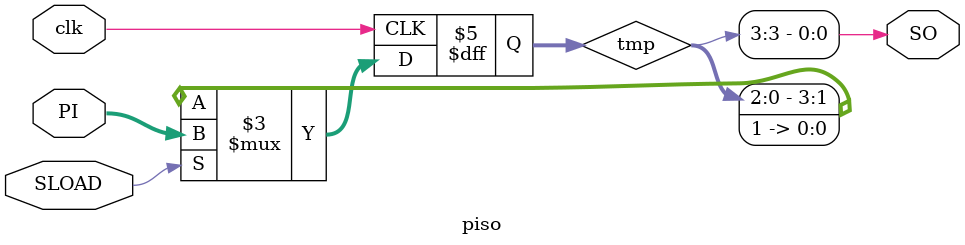
<source format=v>
module piso (clk, SLOAD, PI, SO);

parameter WIDTH = 4;

input clk;
input SLOAD;
input [WIDTH - 1 : 0] PI;
output SO;

reg [WIDTH - 1 : 0] tmp;
always @(posedge clk)
        begin
                if(WIDTH == 1)
                        tmp = PI;
                else
                begin
                        if (SLOAD)
                                tmp = PI;
                        else
                                tmp = {tmp[WIDTH - 2: 0], 1'b1};
                end
        end

assign SO = tmp[WIDTH - 1];

endmodule

//<copyright-disclaimer-start>
//  ************************************************************************************************************
//  * © Copyright 2022 Xilinx, Inc. All rights reserved.                                                       *
//  * This file contains confidential and proprietary information of Xilinx, Inc. and                          *
//  * is protected under U.S. and international copyright and other intellectual property laws.                *
//  * DISCLAIMER                                                                                               *
//  * This disclaimer is not a license and does not grant any rights to the materials distributed              *
//  * herewith. Except as otherwise provided in a valid license issued to you by Xilinx, and to the            *
//  * maximum extent permitted by applicable law: (1) THESE MATERIALS ARE MADE AVAILABLE "AS IS"               *
//  * AND WITH ALL FAULTS, AND XILINX HEREBY DISCLAIMS ALL WARRANTIES AND CONDITIONS, EXPRESS,                 *
//  * IMPLIED, OR STATUTORY, INCLUDING BUT NOT LIMITED TO WARRANTIES OF MERCHANTABILITY, NON-INFRINGEMENT,     *
//  * OR FITNESS FOR ANY PARTICULAR PURPOSE; and (2) Xilinx shall not be liable (whether in contract or tort,  *
//  * including negligence, or under any other theory of liability) for any loss or damage of any kind or      *
//  * nature related to, arising under or in connection with these materials, including for any direct, or     *
//  * any indirect, special, incidental, or consequential loss or damage (including loss of data, profits,     *
//  * goodwill, or any type of loss or damage suffered as a result of any action brought by a third party)     *
//  * even if such damage or loss was reasonably foreseeable or Xilinx had been advised of the possibility     *
//  * of the same.                                                                                             *
//  * CRITICAL APPLICATIONS                                                                                    *
//  * Xilinx products are not designed or intended to be fail-safe, or for use in any application requiring    *
//  * fail-safe performance, such as life-support or safety devices or systems, Class III medical devices,     *
//  * nuclear facilities, applications related to the deployment of airbags, or any other applications that    *
//  * could lead to death, personal injury, or severe property or environmental damage (individually and       *
//  * collectively, "Critical Applications"). Customer assumes the sole risk and liability of any use of       *
//  * Xilinx products in Critical Applications, subject only to applicable laws and regulations governing      *
//  * limitations on product liability.                                                                        *
//  * THIS COPYRIGHT NOTICE AND DISCLAIMER MUST BE RETAINED AS PART OF THIS FILE AT ALL TIMES.                 *
//  *                                                                                                          *
//  ************************************************************************************************************
//<copyright-disclaimer-end>

</source>
